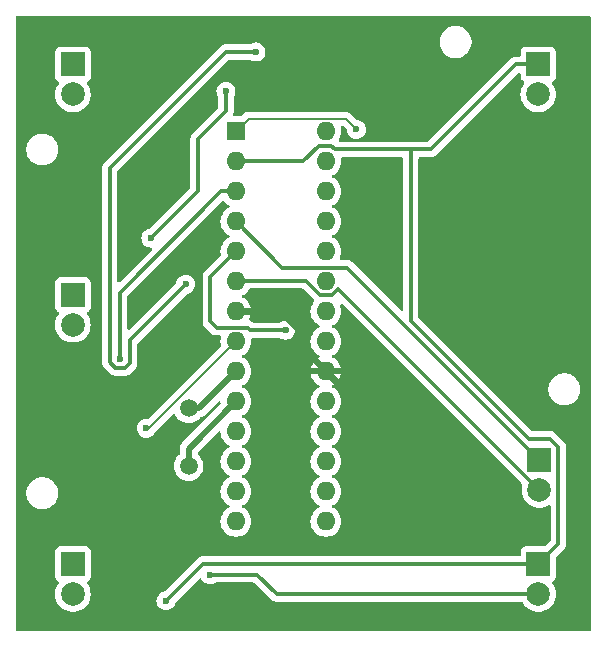
<source format=gbr>
%TF.GenerationSoftware,KiCad,Pcbnew,8.0.7*%
%TF.CreationDate,2024-12-21T11:08:24+01:00*%
%TF.ProjectId,circuit,63697263-7569-4742-9e6b-696361645f70,rev?*%
%TF.SameCoordinates,Original*%
%TF.FileFunction,Copper,L2,Bot*%
%TF.FilePolarity,Positive*%
%FSLAX46Y46*%
G04 Gerber Fmt 4.6, Leading zero omitted, Abs format (unit mm)*
G04 Created by KiCad (PCBNEW 8.0.7) date 2024-12-21 11:08:24*
%MOMM*%
%LPD*%
G01*
G04 APERTURE LIST*
%TA.AperFunction,ComponentPad*%
%ADD10R,2.000000X2.000000*%
%TD*%
%TA.AperFunction,ComponentPad*%
%ADD11C,2.000000*%
%TD*%
%TA.AperFunction,ComponentPad*%
%ADD12R,1.600000X1.600000*%
%TD*%
%TA.AperFunction,ComponentPad*%
%ADD13O,1.600000X1.600000*%
%TD*%
%TA.AperFunction,ComponentPad*%
%ADD14C,1.500000*%
%TD*%
%TA.AperFunction,ViaPad*%
%ADD15C,0.600000*%
%TD*%
%TA.AperFunction,Conductor*%
%ADD16C,0.600000*%
%TD*%
%TA.AperFunction,Conductor*%
%ADD17C,0.500000*%
%TD*%
%TA.AperFunction,Conductor*%
%ADD18C,0.150000*%
%TD*%
%TA.AperFunction,Conductor*%
%ADD19C,0.300000*%
%TD*%
%TA.AperFunction,Conductor*%
%ADD20C,0.200000*%
%TD*%
G04 APERTURE END LIST*
D10*
%TO.P,J1.1.3,1,Pin_1*%
%TO.N,/L1*%
X246800000Y-92100000D03*
D11*
%TO.P,J1.1.3,2,Pin_2*%
%TO.N,/R2*%
X246800000Y-94640000D03*
%TD*%
D10*
%TO.P,J1.1.1,1,Pin_1*%
%TO.N,/L1*%
X246800000Y-49800000D03*
D11*
%TO.P,J1.1.1,2,Pin_2*%
%TO.N,/R1*%
X246800000Y-52340000D03*
%TD*%
D10*
%TO.P,J1.1.2,1,Pin_1*%
%TO.N,/L2*%
X207400000Y-49800000D03*
D11*
%TO.P,J1.1.2,2,Pin_2*%
%TO.N,/R1*%
X207400000Y-52340000D03*
%TD*%
D10*
%TO.P,J1.2.2,1,Pin_1*%
%TO.N,/L4*%
X207400000Y-69300000D03*
D11*
%TO.P,J1.2.2,2,Pin_2*%
%TO.N,/R1*%
X207400000Y-71840000D03*
%TD*%
D12*
%TO.P,U1,1,~{RESET}/PC6*%
%TO.N,/RESET*%
X221200000Y-55460000D03*
D13*
%TO.P,U1,2,PD0*%
%TO.N,/L1*%
X221200000Y-58000000D03*
%TO.P,U1,3,PD1*%
%TO.N,/L2*%
X221200000Y-60540000D03*
%TO.P,U1,4,PD2*%
%TO.N,/L3*%
X221200000Y-63080000D03*
%TO.P,U1,5,PD3*%
%TO.N,/L4*%
X221200000Y-65620000D03*
%TO.P,U1,6,PD4*%
%TO.N,/R1*%
X221200000Y-68160000D03*
%TO.P,U1,7,VCC*%
%TO.N,+5V*%
X221200000Y-70700000D03*
%TO.P,U1,8,GND*%
%TO.N,GND*%
X221200000Y-73240000D03*
%TO.P,U1,9,XTAL1/PB6*%
%TO.N,/XTAL1*%
X221200000Y-75780000D03*
%TO.P,U1,10,XTAL2/PB7*%
%TO.N,/XTAL2*%
X221200000Y-78320000D03*
%TO.P,U1,11,PD5*%
%TO.N,/R2*%
X221200000Y-80860000D03*
%TO.P,U1,12,PD6*%
%TO.N,/R3*%
X221200000Y-83400000D03*
%TO.P,U1,13,PD7*%
%TO.N,/R4*%
X221200000Y-85940000D03*
%TO.P,U1,14,PB0*%
%TO.N,unconnected-(U1-PB0-Pad14)*%
X221200000Y-88480000D03*
%TO.P,U1,15,PB1*%
%TO.N,unconnected-(U1-PB1-Pad15)*%
X228820000Y-88480000D03*
%TO.P,U1,16,PB2*%
%TO.N,unconnected-(U1-PB2-Pad16)*%
X228820000Y-85940000D03*
%TO.P,U1,17,PB3*%
%TO.N,/MOSI*%
X228820000Y-83400000D03*
%TO.P,U1,18,PB4*%
%TO.N,/MISO*%
X228820000Y-80860000D03*
%TO.P,U1,19,PB5*%
%TO.N,/SCK*%
X228820000Y-78320000D03*
%TO.P,U1,20,AVCC*%
%TO.N,+5V*%
X228820000Y-75780000D03*
%TO.P,U1,21,AREF*%
%TO.N,unconnected-(U1-AREF-Pad21)*%
X228820000Y-73240000D03*
%TO.P,U1,22,GND*%
%TO.N,GND*%
X228820000Y-70700000D03*
%TO.P,U1,23,PC0*%
%TO.N,unconnected-(U1-PC0-Pad23)*%
X228820000Y-68160000D03*
%TO.P,U1,24,PC1*%
%TO.N,unconnected-(U1-PC1-Pad24)*%
X228820000Y-65620000D03*
%TO.P,U1,25,PC2*%
%TO.N,unconnected-(U1-PC2-Pad25)*%
X228820000Y-63080000D03*
%TO.P,U1,26,PC3*%
%TO.N,unconnected-(U1-PC3-Pad26)*%
X228820000Y-60540000D03*
%TO.P,U1,27,PC4*%
%TO.N,/SDA*%
X228820000Y-58000000D03*
%TO.P,U1,28,PC5*%
%TO.N,/SCL*%
X228820000Y-55460000D03*
%TD*%
D14*
%TO.P,Y1,1,1*%
%TO.N,/XTAL1*%
X217200000Y-78900000D03*
%TO.P,Y1,2,2*%
%TO.N,/XTAL2*%
X217200000Y-83800000D03*
%TD*%
D10*
%TO.P,J1.2.1,1,Pin_1*%
%TO.N,/L3*%
X246900000Y-83300000D03*
D11*
%TO.P,J1.2.1,2,Pin_2*%
%TO.N,/R1*%
X246900000Y-85840000D03*
%TD*%
D10*
%TO.P,J1.1.4,1,Pin_1*%
%TO.N,/L2*%
X207400000Y-92100000D03*
D11*
%TO.P,J1.1.4,2,Pin_2*%
%TO.N,/R2*%
X207400000Y-94640000D03*
%TD*%
D15*
%TO.N,+5V*%
X233350000Y-88200000D03*
X233000000Y-63635000D03*
%TO.N,/RESET*%
X231400000Y-55300000D03*
%TO.N,/L1*%
X215280000Y-95210000D03*
%TO.N,/L2*%
X211350000Y-74700000D03*
%TO.N,/R1*%
X220360000Y-52055000D03*
X214000000Y-64500000D03*
%TO.N,/R2*%
X216955000Y-68410000D03*
X222900000Y-48745000D03*
X219000000Y-93000000D03*
%TO.N,/L4*%
X225400000Y-72300000D03*
%TO.N,GND*%
X213600000Y-80600000D03*
%TD*%
D16*
%TO.N,+5V*%
X233350000Y-80310000D02*
X228820000Y-75780000D01*
X233350000Y-88200000D02*
X233350000Y-80310000D01*
X224931371Y-70700000D02*
X226800000Y-72568629D01*
X221200000Y-70700000D02*
X224931371Y-70700000D01*
X226800000Y-73760000D02*
X228820000Y-75780000D01*
X226800000Y-72568629D02*
X226800000Y-73760000D01*
D17*
%TO.N,/XTAL1*%
X221200000Y-75780000D02*
X218080000Y-78900000D01*
X218080000Y-78900000D02*
X217200000Y-78900000D01*
%TO.N,/XTAL2*%
X217200000Y-82320000D02*
X217200000Y-83800000D01*
X221200000Y-78320000D02*
X217200000Y-82320000D01*
D18*
%TO.N,/RESET*%
X230485000Y-54385000D02*
X231400000Y-55300000D01*
X221200000Y-55460000D02*
X222275000Y-54385000D01*
X222275000Y-54385000D02*
X230485000Y-54385000D01*
X221200000Y-55460000D02*
X221200000Y-56080000D01*
D19*
%TO.N,/L3*%
X225120000Y-67000000D02*
X230600000Y-67000000D01*
X221200000Y-63080000D02*
X225120000Y-67000000D01*
X230600000Y-67000000D02*
X246900000Y-83300000D01*
%TO.N,/L1*%
X247800000Y-81500000D02*
X246000000Y-81500000D01*
X246000000Y-81500000D02*
X236000000Y-71500000D01*
X229573173Y-57000000D02*
X229273173Y-56700000D01*
X237700000Y-57000000D02*
X236000000Y-57000000D01*
X226900000Y-58000000D02*
X221200000Y-58000000D01*
X248500000Y-82200000D02*
X247800000Y-81500000D01*
X236000000Y-71500000D02*
X236000000Y-57000000D01*
X229273173Y-56700000D02*
X228200000Y-56700000D01*
X246800000Y-92100000D02*
X248500000Y-90400000D01*
X246800000Y-92100000D02*
X218390000Y-92100000D01*
X236000000Y-57000000D02*
X229573173Y-57000000D01*
X218390000Y-92100000D02*
X215280000Y-95210000D01*
X248500000Y-90400000D02*
X248500000Y-82200000D01*
X228200000Y-56700000D02*
X226900000Y-58000000D01*
X244900000Y-49800000D02*
X237700000Y-57000000D01*
X246800000Y-49800000D02*
X244900000Y-49800000D01*
%TO.N,/L2*%
X219960000Y-60540000D02*
X221200000Y-60540000D01*
X211350000Y-74700000D02*
X211350000Y-69150000D01*
X211350000Y-69150000D02*
X219960000Y-60540000D01*
%TO.N,/R1*%
X218000000Y-56100000D02*
X218000000Y-60500000D01*
X218000000Y-60500000D02*
X214000000Y-64500000D01*
X220360000Y-53740000D02*
X218000000Y-56100000D01*
X227133654Y-68100000D02*
X221260000Y-68100000D01*
X220360000Y-52055000D02*
X220360000Y-53740000D01*
X221260000Y-68100000D02*
X221200000Y-68160000D01*
X228343654Y-69310000D02*
X227133654Y-68100000D01*
X214000000Y-64500000D02*
X214250000Y-64250000D01*
X246900000Y-85840000D02*
X229833173Y-68773173D01*
X229833173Y-68773173D02*
X229296346Y-69310000D01*
X229296346Y-69310000D02*
X228343654Y-69310000D01*
%TO.N,/R2*%
X220335761Y-48745000D02*
X222900000Y-48745000D01*
X216955000Y-68410000D02*
X212200000Y-73165000D01*
X223000000Y-93000000D02*
X224640000Y-94640000D01*
X212200000Y-73165000D02*
X212200000Y-75100000D01*
X210500000Y-58580761D02*
X220335761Y-48745000D01*
X211800000Y-75500000D02*
X211000000Y-75500000D01*
X211000000Y-75500000D02*
X210500000Y-75000000D01*
X219000000Y-93000000D02*
X223000000Y-93000000D01*
X210500000Y-75000000D02*
X210500000Y-58580761D01*
X212200000Y-75100000D02*
X211800000Y-75500000D01*
X224640000Y-94640000D02*
X246800000Y-94640000D01*
%TO.N,/L4*%
X222400000Y-72300000D02*
X222190000Y-72090000D01*
X222190000Y-72090000D02*
X219590000Y-72090000D01*
X225400000Y-72300000D02*
X222400000Y-72300000D01*
X219025000Y-67795000D02*
X221200000Y-65620000D01*
X219025000Y-71525000D02*
X219025000Y-67795000D01*
X219590000Y-72090000D02*
X219025000Y-71525000D01*
D20*
%TO.N,GND*%
X213840000Y-80600000D02*
X221200000Y-73240000D01*
X213600000Y-80600000D02*
X213840000Y-80600000D01*
%TD*%
%TA.AperFunction,Conductor*%
%TO.N,+5V*%
G36*
X235292539Y-57670185D02*
G01*
X235338294Y-57722989D01*
X235349500Y-57774500D01*
X235349500Y-70530191D01*
X235329815Y-70597230D01*
X235277011Y-70642985D01*
X235207853Y-70652929D01*
X235144297Y-70623904D01*
X235137819Y-70617872D01*
X231014673Y-66494726D01*
X231014669Y-66494723D01*
X230908127Y-66423535D01*
X230789744Y-66374499D01*
X230789738Y-66374497D01*
X230664071Y-66349500D01*
X230664069Y-66349500D01*
X230109413Y-66349500D01*
X230042374Y-66329815D01*
X229996619Y-66277011D01*
X229986675Y-66207853D01*
X229997031Y-66173095D01*
X230004270Y-66157568D01*
X230046739Y-66066496D01*
X230105635Y-65846692D01*
X230125468Y-65620000D01*
X230124999Y-65614645D01*
X230119801Y-65555230D01*
X230105635Y-65393308D01*
X230046739Y-65173504D01*
X229950568Y-64967266D01*
X229820047Y-64780861D01*
X229820045Y-64780858D01*
X229659141Y-64619954D01*
X229472734Y-64489432D01*
X229472728Y-64489429D01*
X229414725Y-64462382D01*
X229362285Y-64416210D01*
X229343133Y-64349017D01*
X229363348Y-64282135D01*
X229414725Y-64237618D01*
X229472734Y-64210568D01*
X229659139Y-64080047D01*
X229820047Y-63919139D01*
X229950568Y-63732734D01*
X230046739Y-63526496D01*
X230105635Y-63306692D01*
X230125468Y-63080000D01*
X230105635Y-62853308D01*
X230046739Y-62633504D01*
X229950568Y-62427266D01*
X229820047Y-62240861D01*
X229820045Y-62240858D01*
X229659141Y-62079954D01*
X229472734Y-61949432D01*
X229472728Y-61949429D01*
X229414725Y-61922382D01*
X229362285Y-61876210D01*
X229343133Y-61809017D01*
X229363348Y-61742135D01*
X229414725Y-61697618D01*
X229472734Y-61670568D01*
X229659139Y-61540047D01*
X229820047Y-61379139D01*
X229950568Y-61192734D01*
X230046739Y-60986496D01*
X230105635Y-60766692D01*
X230125468Y-60540000D01*
X230105635Y-60313308D01*
X230046739Y-60093504D01*
X229950568Y-59887266D01*
X229820047Y-59700861D01*
X229820045Y-59700858D01*
X229659141Y-59539954D01*
X229472734Y-59409432D01*
X229472728Y-59409429D01*
X229414725Y-59382382D01*
X229362285Y-59336210D01*
X229343133Y-59269017D01*
X229363348Y-59202135D01*
X229414725Y-59157618D01*
X229472734Y-59130568D01*
X229659139Y-59000047D01*
X229820047Y-58839139D01*
X229950568Y-58652734D01*
X230046739Y-58446496D01*
X230105635Y-58226692D01*
X230125468Y-58000000D01*
X230106685Y-57785307D01*
X230120452Y-57716807D01*
X230169067Y-57666624D01*
X230230213Y-57650500D01*
X235225500Y-57650500D01*
X235292539Y-57670185D01*
G37*
%TD.AperFunction*%
%TA.AperFunction,Conductor*%
G36*
X251192539Y-45720185D02*
G01*
X251238294Y-45772989D01*
X251249500Y-45824500D01*
X251249500Y-97675500D01*
X251229815Y-97742539D01*
X251177011Y-97788294D01*
X251125500Y-97799500D01*
X202674500Y-97799500D01*
X202607461Y-97779815D01*
X202561706Y-97727011D01*
X202550500Y-97675500D01*
X202550500Y-94639994D01*
X205894357Y-94639994D01*
X205894357Y-94640005D01*
X205914890Y-94887812D01*
X205914892Y-94887824D01*
X205975936Y-95128881D01*
X206075826Y-95356606D01*
X206211833Y-95564782D01*
X206211836Y-95564785D01*
X206380256Y-95747738D01*
X206576491Y-95900474D01*
X206576493Y-95900475D01*
X206789160Y-96015565D01*
X206795190Y-96018828D01*
X207030386Y-96099571D01*
X207275665Y-96140500D01*
X207524335Y-96140500D01*
X207769614Y-96099571D01*
X208004810Y-96018828D01*
X208223509Y-95900474D01*
X208419744Y-95747738D01*
X208588164Y-95564785D01*
X208724173Y-95356607D01*
X208824063Y-95128881D01*
X208885108Y-94887821D01*
X208900030Y-94707738D01*
X208905643Y-94640005D01*
X208905643Y-94639994D01*
X208885109Y-94392187D01*
X208885107Y-94392175D01*
X208824063Y-94151118D01*
X208746420Y-93974112D01*
X208724173Y-93923393D01*
X208593256Y-93723009D01*
X208573070Y-93656122D01*
X208592250Y-93588936D01*
X208637642Y-93546356D01*
X208642323Y-93543798D01*
X208642331Y-93543796D01*
X208757546Y-93457546D01*
X208843796Y-93342331D01*
X208894091Y-93207483D01*
X208900500Y-93147873D01*
X208900499Y-91052128D01*
X208894091Y-90992517D01*
X208843796Y-90857669D01*
X208843795Y-90857668D01*
X208843793Y-90857664D01*
X208757547Y-90742455D01*
X208757544Y-90742452D01*
X208642335Y-90656206D01*
X208642328Y-90656202D01*
X208507482Y-90605908D01*
X208507483Y-90605908D01*
X208447883Y-90599501D01*
X208447881Y-90599500D01*
X208447873Y-90599500D01*
X208447864Y-90599500D01*
X206352129Y-90599500D01*
X206352123Y-90599501D01*
X206292516Y-90605908D01*
X206157671Y-90656202D01*
X206157664Y-90656206D01*
X206042455Y-90742452D01*
X206042452Y-90742455D01*
X205956206Y-90857664D01*
X205956202Y-90857671D01*
X205905908Y-90992517D01*
X205899501Y-91052116D01*
X205899501Y-91052123D01*
X205899500Y-91052135D01*
X205899500Y-93147870D01*
X205899501Y-93147876D01*
X205905908Y-93207483D01*
X205956202Y-93342328D01*
X205956206Y-93342335D01*
X206042452Y-93457544D01*
X206042455Y-93457547D01*
X206157664Y-93543793D01*
X206162361Y-93546358D01*
X206211766Y-93595764D01*
X206226617Y-93664037D01*
X206206742Y-93723011D01*
X206075826Y-93923393D01*
X205975936Y-94151118D01*
X205914892Y-94392175D01*
X205914890Y-94392187D01*
X205894357Y-94639994D01*
X202550500Y-94639994D01*
X202550500Y-85993713D01*
X203449500Y-85993713D01*
X203449500Y-86206286D01*
X203478042Y-86386497D01*
X203482754Y-86416243D01*
X203528361Y-86556607D01*
X203548444Y-86618414D01*
X203644951Y-86807820D01*
X203769890Y-86979786D01*
X203920213Y-87130109D01*
X204092179Y-87255048D01*
X204092181Y-87255049D01*
X204092184Y-87255051D01*
X204281588Y-87351557D01*
X204483757Y-87417246D01*
X204693713Y-87450500D01*
X204693714Y-87450500D01*
X204906286Y-87450500D01*
X204906287Y-87450500D01*
X205116243Y-87417246D01*
X205318412Y-87351557D01*
X205507816Y-87255051D01*
X205557673Y-87218828D01*
X205679786Y-87130109D01*
X205679788Y-87130106D01*
X205679792Y-87130104D01*
X205830104Y-86979792D01*
X205830106Y-86979788D01*
X205830109Y-86979786D01*
X205955048Y-86807820D01*
X205955047Y-86807820D01*
X205955051Y-86807816D01*
X206051557Y-86618412D01*
X206117246Y-86416243D01*
X206150500Y-86206287D01*
X206150500Y-85993713D01*
X206117246Y-85783757D01*
X206051557Y-85581588D01*
X205955051Y-85392184D01*
X205955049Y-85392181D01*
X205955048Y-85392179D01*
X205830109Y-85220213D01*
X205679786Y-85069890D01*
X205507820Y-84944951D01*
X205318414Y-84848444D01*
X205318413Y-84848443D01*
X205318412Y-84848443D01*
X205116243Y-84782754D01*
X205116241Y-84782753D01*
X205116240Y-84782753D01*
X204954957Y-84757208D01*
X204906287Y-84749500D01*
X204693713Y-84749500D01*
X204645042Y-84757208D01*
X204483760Y-84782753D01*
X204281585Y-84848444D01*
X204092179Y-84944951D01*
X203920213Y-85069890D01*
X203769890Y-85220213D01*
X203644951Y-85392179D01*
X203548444Y-85581585D01*
X203482753Y-85783760D01*
X203449500Y-85993713D01*
X202550500Y-85993713D01*
X202550500Y-71839994D01*
X205894357Y-71839994D01*
X205894357Y-71840005D01*
X205914890Y-72087812D01*
X205914892Y-72087824D01*
X205975936Y-72328881D01*
X206075826Y-72556606D01*
X206211833Y-72764782D01*
X206211836Y-72764785D01*
X206380256Y-72947738D01*
X206576491Y-73100474D01*
X206795190Y-73218828D01*
X207030386Y-73299571D01*
X207275665Y-73340500D01*
X207524335Y-73340500D01*
X207769614Y-73299571D01*
X208004810Y-73218828D01*
X208223509Y-73100474D01*
X208419744Y-72947738D01*
X208588164Y-72764785D01*
X208724173Y-72556607D01*
X208824063Y-72328881D01*
X208885108Y-72087821D01*
X208885559Y-72082382D01*
X208905643Y-71840005D01*
X208905643Y-71839994D01*
X208885109Y-71592187D01*
X208885107Y-71592175D01*
X208824063Y-71351118D01*
X208724174Y-71123396D01*
X208724173Y-71123393D01*
X208593256Y-70923009D01*
X208573070Y-70856122D01*
X208592250Y-70788936D01*
X208637642Y-70746356D01*
X208642323Y-70743798D01*
X208642331Y-70743796D01*
X208757546Y-70657546D01*
X208843796Y-70542331D01*
X208894091Y-70407483D01*
X208900500Y-70347873D01*
X208900499Y-68252128D01*
X208894091Y-68192517D01*
X208884642Y-68167184D01*
X208843797Y-68057671D01*
X208843793Y-68057664D01*
X208757547Y-67942455D01*
X208757544Y-67942452D01*
X208642335Y-67856206D01*
X208642328Y-67856202D01*
X208507482Y-67805908D01*
X208507483Y-67805908D01*
X208447883Y-67799501D01*
X208447881Y-67799500D01*
X208447873Y-67799500D01*
X208447864Y-67799500D01*
X206352129Y-67799500D01*
X206352123Y-67799501D01*
X206292516Y-67805908D01*
X206157671Y-67856202D01*
X206157664Y-67856206D01*
X206042455Y-67942452D01*
X206042452Y-67942455D01*
X205956206Y-68057664D01*
X205956202Y-68057671D01*
X205905908Y-68192517D01*
X205899583Y-68251357D01*
X205899501Y-68252123D01*
X205899500Y-68252135D01*
X205899500Y-70347870D01*
X205899501Y-70347876D01*
X205905908Y-70407483D01*
X205956202Y-70542328D01*
X205956206Y-70542335D01*
X206042452Y-70657544D01*
X206042455Y-70657547D01*
X206157664Y-70743793D01*
X206162361Y-70746358D01*
X206211766Y-70795764D01*
X206226617Y-70864037D01*
X206206742Y-70923011D01*
X206075826Y-71123393D01*
X205975936Y-71351118D01*
X205914892Y-71592175D01*
X205914890Y-71592187D01*
X205894357Y-71839994D01*
X202550500Y-71839994D01*
X202550500Y-58516689D01*
X209849500Y-58516689D01*
X209849500Y-75064070D01*
X209863516Y-75134529D01*
X209863516Y-75134531D01*
X209869391Y-75164069D01*
X209874499Y-75189744D01*
X209923535Y-75308127D01*
X209989772Y-75407259D01*
X209994726Y-75414673D01*
X210585326Y-76005273D01*
X210585329Y-76005275D01*
X210585331Y-76005277D01*
X210691873Y-76076465D01*
X210810256Y-76125501D01*
X210810260Y-76125501D01*
X210810261Y-76125502D01*
X210935928Y-76150500D01*
X210935931Y-76150500D01*
X211864071Y-76150500D01*
X211948615Y-76133682D01*
X211989744Y-76125501D01*
X212108127Y-76076465D01*
X212214669Y-76005277D01*
X212705276Y-75514670D01*
X212776465Y-75408127D01*
X212825501Y-75289744D01*
X212828141Y-75276468D01*
X212828142Y-75276468D01*
X212828142Y-75276465D01*
X212850500Y-75164069D01*
X212850500Y-73485807D01*
X212870185Y-73418768D01*
X212886814Y-73398131D01*
X217053224Y-69231720D01*
X217114545Y-69198237D01*
X217127019Y-69196183D01*
X217134255Y-69195368D01*
X217304522Y-69135789D01*
X217457262Y-69039816D01*
X217584816Y-68912262D01*
X217680789Y-68759522D01*
X217740368Y-68589255D01*
X217760565Y-68410000D01*
X217760003Y-68405016D01*
X217740369Y-68230750D01*
X217740368Y-68230745D01*
X217708278Y-68139037D01*
X217680789Y-68060478D01*
X217584816Y-67907738D01*
X217457262Y-67780184D01*
X217304523Y-67684211D01*
X217134254Y-67624631D01*
X217134249Y-67624630D01*
X216955004Y-67604435D01*
X216954996Y-67604435D01*
X216775750Y-67624630D01*
X216775745Y-67624631D01*
X216605476Y-67684211D01*
X216452737Y-67780184D01*
X216325184Y-67907737D01*
X216229210Y-68060478D01*
X216169632Y-68230744D01*
X216169630Y-68230752D01*
X216168815Y-68237988D01*
X216141743Y-68302400D01*
X216133277Y-68311775D01*
X212212181Y-72232872D01*
X212150858Y-72266357D01*
X212081166Y-72261373D01*
X212025233Y-72219501D01*
X212000816Y-72154037D01*
X212000500Y-72145191D01*
X212000500Y-69470807D01*
X212020185Y-69403768D01*
X212036814Y-69383131D01*
X220032698Y-61387246D01*
X220094021Y-61353762D01*
X220163713Y-61358746D01*
X220208060Y-61387247D01*
X220360858Y-61540045D01*
X220360861Y-61540047D01*
X220547266Y-61670568D01*
X220605275Y-61697618D01*
X220657714Y-61743791D01*
X220676866Y-61810984D01*
X220656650Y-61877865D01*
X220605275Y-61922382D01*
X220547267Y-61949431D01*
X220547265Y-61949432D01*
X220360858Y-62079954D01*
X220199954Y-62240858D01*
X220069432Y-62427265D01*
X220069431Y-62427267D01*
X219973261Y-62633502D01*
X219973258Y-62633511D01*
X219914366Y-62853302D01*
X219914364Y-62853313D01*
X219894532Y-63079998D01*
X219894532Y-63080001D01*
X219914364Y-63306686D01*
X219914366Y-63306697D01*
X219973258Y-63526488D01*
X219973261Y-63526497D01*
X220069431Y-63732732D01*
X220069432Y-63732734D01*
X220199954Y-63919141D01*
X220360858Y-64080045D01*
X220360861Y-64080047D01*
X220547266Y-64210568D01*
X220605275Y-64237618D01*
X220657714Y-64283791D01*
X220676866Y-64350984D01*
X220656650Y-64417865D01*
X220605275Y-64462382D01*
X220547267Y-64489431D01*
X220547265Y-64489432D01*
X220360858Y-64619954D01*
X220199954Y-64780858D01*
X220069432Y-64967265D01*
X220069431Y-64967267D01*
X219973261Y-65173502D01*
X219973258Y-65173511D01*
X219914366Y-65393302D01*
X219914364Y-65393313D01*
X219894532Y-65619998D01*
X219894532Y-65620001D01*
X219914364Y-65846686D01*
X219914366Y-65846697D01*
X219925209Y-65887163D01*
X219923546Y-65957013D01*
X219893115Y-66006937D01*
X218519727Y-67380325D01*
X218519721Y-67380332D01*
X218473505Y-67449500D01*
X218473506Y-67449501D01*
X218448534Y-67486874D01*
X218399499Y-67605255D01*
X218399497Y-67605261D01*
X218374500Y-67730928D01*
X218374500Y-71589071D01*
X218391493Y-71674497D01*
X218391493Y-71674498D01*
X218399497Y-71714737D01*
X218399500Y-71714746D01*
X218447474Y-71830567D01*
X218448535Y-71833127D01*
X218511084Y-71926739D01*
X218519726Y-71939673D01*
X219175325Y-72595272D01*
X219175332Y-72595278D01*
X219281863Y-72666459D01*
X219281865Y-72666460D01*
X219281874Y-72666466D01*
X219315568Y-72680422D01*
X219315569Y-72680423D01*
X219400251Y-72715499D01*
X219400256Y-72715501D01*
X219400260Y-72715501D01*
X219400261Y-72715502D01*
X219525928Y-72740500D01*
X219525931Y-72740500D01*
X219654069Y-72740500D01*
X219825863Y-72740500D01*
X219892902Y-72760185D01*
X219938657Y-72812989D01*
X219948601Y-72882147D01*
X219945638Y-72896593D01*
X219914366Y-73013302D01*
X219914364Y-73013313D01*
X219894532Y-73239998D01*
X219894532Y-73240001D01*
X219914364Y-73466686D01*
X219914366Y-73466697D01*
X219940152Y-73562931D01*
X219938489Y-73632781D01*
X219908058Y-73682705D01*
X213818673Y-79772090D01*
X213757350Y-79805575D01*
X213717109Y-79807629D01*
X213600003Y-79794435D01*
X213599996Y-79794435D01*
X213420750Y-79814630D01*
X213420745Y-79814631D01*
X213250476Y-79874211D01*
X213097737Y-79970184D01*
X212970184Y-80097737D01*
X212874211Y-80250476D01*
X212814631Y-80420745D01*
X212814630Y-80420750D01*
X212794435Y-80599996D01*
X212794435Y-80600003D01*
X212814630Y-80779249D01*
X212814631Y-80779254D01*
X212874211Y-80949523D01*
X212960397Y-81086686D01*
X212970184Y-81102262D01*
X213097738Y-81229816D01*
X213188080Y-81286582D01*
X213219760Y-81306488D01*
X213250478Y-81325789D01*
X213420745Y-81385368D01*
X213420750Y-81385369D01*
X213599996Y-81405565D01*
X213600000Y-81405565D01*
X213600004Y-81405565D01*
X213779249Y-81385369D01*
X213779252Y-81385368D01*
X213779255Y-81385368D01*
X213949522Y-81325789D01*
X214102262Y-81229816D01*
X214229816Y-81102262D01*
X214294811Y-80998821D01*
X214312122Y-80977112D01*
X214320520Y-80968716D01*
X214320520Y-80968714D01*
X214330724Y-80958511D01*
X214330728Y-80958506D01*
X215875958Y-79413275D01*
X215937279Y-79379792D01*
X216006971Y-79384776D01*
X216062904Y-79426648D01*
X216076019Y-79448552D01*
X216112898Y-79527639D01*
X216238402Y-79706877D01*
X216393123Y-79861598D01*
X216572361Y-79987102D01*
X216770670Y-80079575D01*
X216982023Y-80136207D01*
X217164926Y-80152208D01*
X217199998Y-80155277D01*
X217200000Y-80155277D01*
X217200002Y-80155277D01*
X217228254Y-80152805D01*
X217417977Y-80136207D01*
X217629330Y-80079575D01*
X217827639Y-79987102D01*
X218006877Y-79861598D01*
X218161598Y-79706877D01*
X218180149Y-79680382D01*
X218234721Y-79636759D01*
X218257524Y-79629890D01*
X218298913Y-79621658D01*
X218435495Y-79565084D01*
X218491536Y-79527639D01*
X218558416Y-79482952D01*
X219692569Y-78348797D01*
X219753890Y-78315314D01*
X219823581Y-78320298D01*
X219879515Y-78362169D01*
X219903776Y-78425673D01*
X219909129Y-78486860D01*
X219895362Y-78555360D01*
X219873282Y-78585348D01*
X216617049Y-81841582D01*
X216604712Y-81860047D01*
X216534913Y-81964508D01*
X216478343Y-82101082D01*
X216478340Y-82101092D01*
X216449500Y-82246079D01*
X216449500Y-82734376D01*
X216429815Y-82801415D01*
X216396625Y-82835950D01*
X216393125Y-82838400D01*
X216238400Y-82993124D01*
X216112900Y-83172357D01*
X216112898Y-83172361D01*
X216020426Y-83370668D01*
X216020422Y-83370677D01*
X215963793Y-83582020D01*
X215963793Y-83582024D01*
X215944723Y-83799997D01*
X215944723Y-83800002D01*
X215963793Y-84017975D01*
X215963793Y-84017979D01*
X216020422Y-84229322D01*
X216020424Y-84229326D01*
X216020425Y-84229330D01*
X216024999Y-84239139D01*
X216112897Y-84427638D01*
X216112898Y-84427639D01*
X216238402Y-84606877D01*
X216393123Y-84761598D01*
X216572361Y-84887102D01*
X216770670Y-84979575D01*
X216982023Y-85036207D01*
X217164926Y-85052208D01*
X217199998Y-85055277D01*
X217200000Y-85055277D01*
X217200002Y-85055277D01*
X217228254Y-85052805D01*
X217417977Y-85036207D01*
X217629330Y-84979575D01*
X217827639Y-84887102D01*
X218006877Y-84761598D01*
X218161598Y-84606877D01*
X218287102Y-84427639D01*
X218379575Y-84229330D01*
X218436207Y-84017977D01*
X218455277Y-83800000D01*
X218436207Y-83582023D01*
X218387434Y-83400000D01*
X218379577Y-83370677D01*
X218379576Y-83370676D01*
X218379575Y-83370670D01*
X218287102Y-83172362D01*
X218287100Y-83172359D01*
X218287099Y-83172357D01*
X218161599Y-82993124D01*
X218121977Y-82953502D01*
X218006877Y-82838402D01*
X218003374Y-82835949D01*
X217959751Y-82781372D01*
X217950500Y-82734376D01*
X217950500Y-82682228D01*
X217970185Y-82615189D01*
X217986814Y-82594552D01*
X219692568Y-80888797D01*
X219753891Y-80855313D01*
X219823583Y-80860297D01*
X219879516Y-80902169D01*
X219903777Y-80965671D01*
X219914364Y-81086687D01*
X219914366Y-81086697D01*
X219973258Y-81306488D01*
X219973261Y-81306497D01*
X220069431Y-81512732D01*
X220069432Y-81512734D01*
X220199954Y-81699141D01*
X220360858Y-81860045D01*
X220360861Y-81860047D01*
X220547266Y-81990568D01*
X220605275Y-82017618D01*
X220657714Y-82063791D01*
X220676866Y-82130984D01*
X220656650Y-82197865D01*
X220605275Y-82242381D01*
X220597340Y-82246082D01*
X220547267Y-82269431D01*
X220547265Y-82269432D01*
X220360858Y-82399954D01*
X220199954Y-82560858D01*
X220069432Y-82747265D01*
X220069431Y-82747267D01*
X219973261Y-82953502D01*
X219973258Y-82953511D01*
X219914366Y-83173302D01*
X219914364Y-83173313D01*
X219894532Y-83399998D01*
X219894532Y-83400001D01*
X219914364Y-83626686D01*
X219914366Y-83626697D01*
X219973258Y-83846488D01*
X219973261Y-83846497D01*
X220069431Y-84052732D01*
X220069432Y-84052734D01*
X220199954Y-84239141D01*
X220360858Y-84400045D01*
X220360861Y-84400047D01*
X220547266Y-84530568D01*
X220605275Y-84557618D01*
X220657714Y-84603791D01*
X220676866Y-84670984D01*
X220656650Y-84737865D01*
X220605275Y-84782382D01*
X220547267Y-84809431D01*
X220547265Y-84809432D01*
X220360858Y-84939954D01*
X220199954Y-85100858D01*
X220069432Y-85287265D01*
X220069431Y-85287267D01*
X219973261Y-85493502D01*
X219973258Y-85493511D01*
X219914366Y-85713302D01*
X219914364Y-85713313D01*
X219894532Y-85939998D01*
X219894532Y-85940001D01*
X219914364Y-86166686D01*
X219914366Y-86166697D01*
X219973258Y-86386488D01*
X219973261Y-86386497D01*
X220069431Y-86592732D01*
X220069432Y-86592734D01*
X220199954Y-86779141D01*
X220360858Y-86940045D01*
X220360861Y-86940047D01*
X220547266Y-87070568D01*
X220605275Y-87097618D01*
X220657714Y-87143791D01*
X220676866Y-87210984D01*
X220656650Y-87277865D01*
X220605275Y-87322382D01*
X220547267Y-87349431D01*
X220547265Y-87349432D01*
X220360858Y-87479954D01*
X220199954Y-87640858D01*
X220069432Y-87827265D01*
X220069431Y-87827267D01*
X219973261Y-88033502D01*
X219973258Y-88033511D01*
X219914366Y-88253302D01*
X219914364Y-88253313D01*
X219894532Y-88479998D01*
X219894532Y-88480001D01*
X219914364Y-88706686D01*
X219914366Y-88706697D01*
X219973258Y-88926488D01*
X219973261Y-88926497D01*
X220069431Y-89132732D01*
X220069432Y-89132734D01*
X220199954Y-89319141D01*
X220360858Y-89480045D01*
X220360861Y-89480047D01*
X220547266Y-89610568D01*
X220753504Y-89706739D01*
X220973308Y-89765635D01*
X221135230Y-89779801D01*
X221199998Y-89785468D01*
X221200000Y-89785468D01*
X221200002Y-89785468D01*
X221256673Y-89780509D01*
X221426692Y-89765635D01*
X221646496Y-89706739D01*
X221852734Y-89610568D01*
X222039139Y-89480047D01*
X222200047Y-89319139D01*
X222330568Y-89132734D01*
X222426739Y-88926496D01*
X222485635Y-88706692D01*
X222505468Y-88480000D01*
X222485635Y-88253308D01*
X222426739Y-88033504D01*
X222330568Y-87827266D01*
X222200047Y-87640861D01*
X222200045Y-87640858D01*
X222039141Y-87479954D01*
X221852734Y-87349432D01*
X221852728Y-87349429D01*
X221794725Y-87322382D01*
X221742285Y-87276210D01*
X221723133Y-87209017D01*
X221743348Y-87142135D01*
X221794725Y-87097618D01*
X221852734Y-87070568D01*
X222039139Y-86940047D01*
X222200047Y-86779139D01*
X222330568Y-86592734D01*
X222426739Y-86386496D01*
X222485635Y-86166692D01*
X222505468Y-85940000D01*
X222485635Y-85713308D01*
X222426739Y-85493504D01*
X222330568Y-85287266D01*
X222200047Y-85100861D01*
X222200045Y-85100858D01*
X222039141Y-84939954D01*
X221852734Y-84809432D01*
X221852728Y-84809429D01*
X221794725Y-84782382D01*
X221742285Y-84736210D01*
X221723133Y-84669017D01*
X221743348Y-84602135D01*
X221794725Y-84557618D01*
X221852734Y-84530568D01*
X222039139Y-84400047D01*
X222200047Y-84239139D01*
X222330568Y-84052734D01*
X222426739Y-83846496D01*
X222485635Y-83626692D01*
X222505468Y-83400000D01*
X222485635Y-83173308D01*
X222426739Y-82953504D01*
X222330568Y-82747266D01*
X222200047Y-82560861D01*
X222200045Y-82560858D01*
X222039141Y-82399954D01*
X221852734Y-82269432D01*
X221852728Y-82269429D01*
X221802660Y-82246082D01*
X221794724Y-82242381D01*
X221742285Y-82196210D01*
X221723133Y-82129017D01*
X221743348Y-82062135D01*
X221794725Y-82017618D01*
X221852734Y-81990568D01*
X222039139Y-81860047D01*
X222200047Y-81699139D01*
X222330568Y-81512734D01*
X222426739Y-81306496D01*
X222485635Y-81086692D01*
X222502634Y-80892384D01*
X222505468Y-80860001D01*
X222505468Y-80859998D01*
X222485635Y-80633313D01*
X222485635Y-80633308D01*
X222426739Y-80413504D01*
X222330568Y-80207266D01*
X222200047Y-80020861D01*
X222200045Y-80020858D01*
X222039141Y-79859954D01*
X221852734Y-79729432D01*
X221852728Y-79729429D01*
X221825038Y-79716517D01*
X221794724Y-79702381D01*
X221742285Y-79656210D01*
X221723133Y-79589017D01*
X221743348Y-79522135D01*
X221794725Y-79477618D01*
X221852734Y-79450568D01*
X222039139Y-79320047D01*
X222200047Y-79159139D01*
X222330568Y-78972734D01*
X222426739Y-78766496D01*
X222485635Y-78546692D01*
X222505468Y-78320000D01*
X222485635Y-78093308D01*
X222426739Y-77873504D01*
X222330568Y-77667266D01*
X222200047Y-77480861D01*
X222200045Y-77480858D01*
X222039141Y-77319954D01*
X221852734Y-77189432D01*
X221852728Y-77189429D01*
X221794725Y-77162382D01*
X221742285Y-77116210D01*
X221723133Y-77049017D01*
X221743348Y-76982135D01*
X221794725Y-76937618D01*
X221795319Y-76937341D01*
X221852734Y-76910568D01*
X222039139Y-76780047D01*
X222200047Y-76619139D01*
X222330568Y-76432734D01*
X222426739Y-76226496D01*
X222485635Y-76006692D01*
X222505468Y-75780000D01*
X222485635Y-75553308D01*
X222426739Y-75333504D01*
X222330568Y-75127266D01*
X222200047Y-74940861D01*
X222200045Y-74940858D01*
X222039141Y-74779954D01*
X221852734Y-74649432D01*
X221852728Y-74649429D01*
X221794725Y-74622382D01*
X221742285Y-74576210D01*
X221723133Y-74509017D01*
X221743348Y-74442135D01*
X221794725Y-74397618D01*
X221852734Y-74370568D01*
X222039139Y-74240047D01*
X222200047Y-74079139D01*
X222330568Y-73892734D01*
X222426739Y-73686496D01*
X222485635Y-73466692D01*
X222505468Y-73240000D01*
X222491934Y-73085307D01*
X222505701Y-73016808D01*
X222554316Y-72966624D01*
X222615462Y-72950500D01*
X224894932Y-72950500D01*
X224960904Y-72969506D01*
X225050477Y-73025789D01*
X225050481Y-73025790D01*
X225220737Y-73085366D01*
X225220743Y-73085367D01*
X225220745Y-73085368D01*
X225220746Y-73085368D01*
X225220750Y-73085369D01*
X225399996Y-73105565D01*
X225400000Y-73105565D01*
X225400004Y-73105565D01*
X225579249Y-73085369D01*
X225579252Y-73085368D01*
X225579255Y-73085368D01*
X225749522Y-73025789D01*
X225902262Y-72929816D01*
X226029816Y-72802262D01*
X226125789Y-72649522D01*
X226185368Y-72479255D01*
X226205565Y-72300000D01*
X226201774Y-72266357D01*
X226185369Y-72120750D01*
X226185368Y-72120745D01*
X226125788Y-71950476D01*
X226052051Y-71833125D01*
X226029816Y-71797738D01*
X225902262Y-71670184D01*
X225839096Y-71630494D01*
X225749523Y-71574211D01*
X225579254Y-71514631D01*
X225579249Y-71514630D01*
X225400004Y-71494435D01*
X225399996Y-71494435D01*
X225220750Y-71514630D01*
X225220737Y-71514633D01*
X225050481Y-71574209D01*
X225050477Y-71574210D01*
X224960904Y-71630494D01*
X224894932Y-71649500D01*
X222720809Y-71649500D01*
X222653770Y-71629815D01*
X222633128Y-71613181D01*
X222604673Y-71584726D01*
X222498125Y-71513533D01*
X222414058Y-71478712D01*
X222359655Y-71434871D01*
X222337590Y-71368577D01*
X222349129Y-71311746D01*
X222426266Y-71146326D01*
X222426269Y-71146317D01*
X222478872Y-70950000D01*
X221515686Y-70950000D01*
X221520080Y-70945606D01*
X221572741Y-70854394D01*
X221600000Y-70752661D01*
X221600000Y-70647339D01*
X221572741Y-70545606D01*
X221520080Y-70454394D01*
X221515686Y-70450000D01*
X222478872Y-70450000D01*
X222478872Y-70449999D01*
X222426269Y-70253682D01*
X222426265Y-70253673D01*
X222330134Y-70047517D01*
X222199657Y-69861179D01*
X222038820Y-69700342D01*
X221852482Y-69569865D01*
X221794133Y-69542657D01*
X221741694Y-69496484D01*
X221722542Y-69429291D01*
X221742758Y-69362410D01*
X221794129Y-69317895D01*
X221852734Y-69290568D01*
X222039139Y-69160047D01*
X222200047Y-68999139D01*
X222330568Y-68812734D01*
X222330573Y-68812722D01*
X222330706Y-68812495D01*
X222330793Y-68812411D01*
X222333673Y-68808299D01*
X222334499Y-68808877D01*
X222381275Y-68764282D01*
X222438090Y-68750500D01*
X226812846Y-68750500D01*
X226879885Y-68770185D01*
X226900527Y-68786819D01*
X227810152Y-69696444D01*
X227843637Y-69757767D01*
X227838653Y-69827459D01*
X227822149Y-69855790D01*
X227823058Y-69856426D01*
X227689432Y-70047265D01*
X227689431Y-70047267D01*
X227593261Y-70253502D01*
X227593258Y-70253511D01*
X227534366Y-70473302D01*
X227534364Y-70473313D01*
X227514532Y-70699998D01*
X227514532Y-70700001D01*
X227534364Y-70926686D01*
X227534366Y-70926697D01*
X227593258Y-71146488D01*
X227593261Y-71146497D01*
X227689431Y-71352732D01*
X227689432Y-71352734D01*
X227819954Y-71539141D01*
X227980858Y-71700045D01*
X228027693Y-71732839D01*
X228167266Y-71830568D01*
X228187504Y-71840005D01*
X228225275Y-71857618D01*
X228277714Y-71903791D01*
X228296866Y-71970984D01*
X228276650Y-72037865D01*
X228225275Y-72082382D01*
X228167267Y-72109431D01*
X228167265Y-72109432D01*
X227980858Y-72239954D01*
X227819954Y-72400858D01*
X227689432Y-72587265D01*
X227689431Y-72587267D01*
X227593261Y-72793502D01*
X227593258Y-72793511D01*
X227534366Y-73013302D01*
X227534364Y-73013313D01*
X227514532Y-73239998D01*
X227514532Y-73240001D01*
X227534364Y-73466686D01*
X227534366Y-73466697D01*
X227593258Y-73686488D01*
X227593261Y-73686497D01*
X227689431Y-73892732D01*
X227689432Y-73892734D01*
X227819954Y-74079141D01*
X227980858Y-74240045D01*
X227980861Y-74240047D01*
X228167266Y-74370568D01*
X228225865Y-74397893D01*
X228278305Y-74444065D01*
X228297457Y-74511258D01*
X228277242Y-74578139D01*
X228225867Y-74622657D01*
X228167515Y-74649867D01*
X227981179Y-74780342D01*
X227820342Y-74941179D01*
X227689865Y-75127517D01*
X227593734Y-75333673D01*
X227593730Y-75333682D01*
X227541127Y-75529999D01*
X227541128Y-75530000D01*
X228504314Y-75530000D01*
X228499920Y-75534394D01*
X228447259Y-75625606D01*
X228420000Y-75727339D01*
X228420000Y-75832661D01*
X228447259Y-75934394D01*
X228499920Y-76025606D01*
X228504314Y-76030000D01*
X227541128Y-76030000D01*
X227593730Y-76226317D01*
X227593734Y-76226326D01*
X227689865Y-76432482D01*
X227820342Y-76618820D01*
X227981179Y-76779657D01*
X228167518Y-76910134D01*
X228167520Y-76910135D01*
X228225865Y-76937342D01*
X228278305Y-76983514D01*
X228297457Y-77050707D01*
X228277242Y-77117589D01*
X228225867Y-77162105D01*
X228167268Y-77189431D01*
X228167264Y-77189433D01*
X227980858Y-77319954D01*
X227819954Y-77480858D01*
X227689432Y-77667265D01*
X227689431Y-77667267D01*
X227593261Y-77873502D01*
X227593258Y-77873511D01*
X227534366Y-78093302D01*
X227534364Y-78093313D01*
X227514532Y-78319998D01*
X227514532Y-78320001D01*
X227534364Y-78546686D01*
X227534366Y-78546697D01*
X227593258Y-78766488D01*
X227593261Y-78766497D01*
X227689431Y-78972732D01*
X227689432Y-78972734D01*
X227819954Y-79159141D01*
X227980858Y-79320045D01*
X227980861Y-79320047D01*
X228167266Y-79450568D01*
X228225275Y-79477618D01*
X228277714Y-79523791D01*
X228296866Y-79590984D01*
X228276650Y-79657865D01*
X228225275Y-79702381D01*
X228208272Y-79710310D01*
X228167267Y-79729431D01*
X228167265Y-79729432D01*
X227980858Y-79859954D01*
X227819954Y-80020858D01*
X227689432Y-80207265D01*
X227689431Y-80207267D01*
X227593261Y-80413502D01*
X227593258Y-80413511D01*
X227534366Y-80633302D01*
X227534364Y-80633313D01*
X227514532Y-80859998D01*
X227514532Y-80860001D01*
X227534364Y-81086686D01*
X227534366Y-81086697D01*
X227593258Y-81306488D01*
X227593261Y-81306497D01*
X227689431Y-81512732D01*
X227689432Y-81512734D01*
X227819954Y-81699141D01*
X227980858Y-81860045D01*
X227980861Y-81860047D01*
X228167266Y-81990568D01*
X228225275Y-82017618D01*
X228277714Y-82063791D01*
X228296866Y-82130984D01*
X228276650Y-82197865D01*
X228225275Y-82242381D01*
X228217340Y-82246082D01*
X228167267Y-82269431D01*
X228167265Y-82269432D01*
X227980858Y-82399954D01*
X227819954Y-82560858D01*
X227689432Y-82747265D01*
X227689431Y-82747267D01*
X227593261Y-82953502D01*
X227593258Y-82953511D01*
X227534366Y-83173302D01*
X227534364Y-83173313D01*
X227514532Y-83399998D01*
X227514532Y-83400001D01*
X227534364Y-83626686D01*
X227534366Y-83626697D01*
X227593258Y-83846488D01*
X227593261Y-83846497D01*
X227689431Y-84052732D01*
X227689432Y-84052734D01*
X227819954Y-84239141D01*
X227980858Y-84400045D01*
X227980861Y-84400047D01*
X228167266Y-84530568D01*
X228225275Y-84557618D01*
X228277714Y-84603791D01*
X228296866Y-84670984D01*
X228276650Y-84737865D01*
X228225275Y-84782382D01*
X228167267Y-84809431D01*
X228167265Y-84809432D01*
X227980858Y-84939954D01*
X227819954Y-85100858D01*
X227689432Y-85287265D01*
X227689431Y-85287267D01*
X227593261Y-85493502D01*
X227593258Y-85493511D01*
X227534366Y-85713302D01*
X227534364Y-85713313D01*
X227514532Y-85939998D01*
X227514532Y-85940001D01*
X227534364Y-86166686D01*
X227534366Y-86166697D01*
X227593258Y-86386488D01*
X227593261Y-86386497D01*
X227689431Y-86592732D01*
X227689432Y-86592734D01*
X227819954Y-86779141D01*
X227980858Y-86940045D01*
X227980861Y-86940047D01*
X228167266Y-87070568D01*
X228225275Y-87097618D01*
X228277714Y-87143791D01*
X228296866Y-87210984D01*
X228276650Y-87277865D01*
X228225275Y-87322382D01*
X228167267Y-87349431D01*
X228167265Y-87349432D01*
X227980858Y-87479954D01*
X227819954Y-87640858D01*
X227689432Y-87827265D01*
X227689431Y-87827267D01*
X227593261Y-88033502D01*
X227593258Y-88033511D01*
X227534366Y-88253302D01*
X227534364Y-88253313D01*
X227514532Y-88479998D01*
X227514532Y-88480001D01*
X227534364Y-88706686D01*
X227534366Y-88706697D01*
X227593258Y-88926488D01*
X227593261Y-88926497D01*
X227689431Y-89132732D01*
X227689432Y-89132734D01*
X227819954Y-89319141D01*
X227980858Y-89480045D01*
X227980861Y-89480047D01*
X228167266Y-89610568D01*
X228373504Y-89706739D01*
X228593308Y-89765635D01*
X228755230Y-89779801D01*
X228819998Y-89785468D01*
X228820000Y-89785468D01*
X228820002Y-89785468D01*
X228876673Y-89780509D01*
X229046692Y-89765635D01*
X229266496Y-89706739D01*
X229472734Y-89610568D01*
X229659139Y-89480047D01*
X229820047Y-89319139D01*
X229950568Y-89132734D01*
X230046739Y-88926496D01*
X230105635Y-88706692D01*
X230125468Y-88480000D01*
X230105635Y-88253308D01*
X230046739Y-88033504D01*
X229950568Y-87827266D01*
X229820047Y-87640861D01*
X229820045Y-87640858D01*
X229659141Y-87479954D01*
X229472734Y-87349432D01*
X229472728Y-87349429D01*
X229414725Y-87322382D01*
X229362285Y-87276210D01*
X229343133Y-87209017D01*
X229363348Y-87142135D01*
X229414725Y-87097618D01*
X229472734Y-87070568D01*
X229659139Y-86940047D01*
X229820047Y-86779139D01*
X229950568Y-86592734D01*
X230046739Y-86386496D01*
X230105635Y-86166692D01*
X230125468Y-85940000D01*
X230105635Y-85713308D01*
X230046739Y-85493504D01*
X229950568Y-85287266D01*
X229820047Y-85100861D01*
X229820045Y-85100858D01*
X229659141Y-84939954D01*
X229472734Y-84809432D01*
X229472728Y-84809429D01*
X229414725Y-84782382D01*
X229362285Y-84736210D01*
X229343133Y-84669017D01*
X229363348Y-84602135D01*
X229414725Y-84557618D01*
X229472734Y-84530568D01*
X229659139Y-84400047D01*
X229820047Y-84239139D01*
X229950568Y-84052734D01*
X230046739Y-83846496D01*
X230105635Y-83626692D01*
X230125468Y-83400000D01*
X230105635Y-83173308D01*
X230046739Y-82953504D01*
X229950568Y-82747266D01*
X229820047Y-82560861D01*
X229820045Y-82560858D01*
X229659141Y-82399954D01*
X229472734Y-82269432D01*
X229472728Y-82269429D01*
X229422660Y-82246082D01*
X229414724Y-82242381D01*
X229362285Y-82196210D01*
X229343133Y-82129017D01*
X229363348Y-82062135D01*
X229414725Y-82017618D01*
X229472734Y-81990568D01*
X229659139Y-81860047D01*
X229820047Y-81699139D01*
X229950568Y-81512734D01*
X230046739Y-81306496D01*
X230105635Y-81086692D01*
X230122634Y-80892384D01*
X230125468Y-80860001D01*
X230125468Y-80859998D01*
X230105635Y-80633313D01*
X230105635Y-80633308D01*
X230046739Y-80413504D01*
X229950568Y-80207266D01*
X229820047Y-80020861D01*
X229820045Y-80020858D01*
X229659141Y-79859954D01*
X229472734Y-79729432D01*
X229472728Y-79729429D01*
X229445038Y-79716517D01*
X229414724Y-79702381D01*
X229362285Y-79656210D01*
X229343133Y-79589017D01*
X229363348Y-79522135D01*
X229414725Y-79477618D01*
X229472734Y-79450568D01*
X229659139Y-79320047D01*
X229820047Y-79159139D01*
X229950568Y-78972734D01*
X230046739Y-78766496D01*
X230105635Y-78546692D01*
X230125468Y-78320000D01*
X230105635Y-78093308D01*
X230046739Y-77873504D01*
X229950568Y-77667266D01*
X229820047Y-77480861D01*
X229820045Y-77480858D01*
X229659141Y-77319954D01*
X229472734Y-77189432D01*
X229472732Y-77189431D01*
X229414725Y-77162382D01*
X229414132Y-77162105D01*
X229361694Y-77115934D01*
X229342542Y-77048740D01*
X229362758Y-76981859D01*
X229414134Y-76937341D01*
X229472484Y-76910132D01*
X229658820Y-76779657D01*
X229819657Y-76618820D01*
X229950134Y-76432482D01*
X230046265Y-76226326D01*
X230046269Y-76226317D01*
X230098872Y-76030000D01*
X229135686Y-76030000D01*
X229140080Y-76025606D01*
X229192741Y-75934394D01*
X229220000Y-75832661D01*
X229220000Y-75727339D01*
X229192741Y-75625606D01*
X229140080Y-75534394D01*
X229135686Y-75530000D01*
X230098872Y-75530000D01*
X230098872Y-75529999D01*
X230046269Y-75333682D01*
X230046265Y-75333673D01*
X229950134Y-75127517D01*
X229819657Y-74941179D01*
X229658820Y-74780342D01*
X229472482Y-74649865D01*
X229414133Y-74622657D01*
X229361694Y-74576484D01*
X229342542Y-74509291D01*
X229362758Y-74442410D01*
X229414129Y-74397895D01*
X229472734Y-74370568D01*
X229659139Y-74240047D01*
X229820047Y-74079139D01*
X229950568Y-73892734D01*
X230046739Y-73686496D01*
X230105635Y-73466692D01*
X230125468Y-73240000D01*
X230105635Y-73013308D01*
X230046739Y-72793504D01*
X229950568Y-72587266D01*
X229820047Y-72400861D01*
X229820045Y-72400858D01*
X229659141Y-72239954D01*
X229472734Y-72109432D01*
X229472728Y-72109429D01*
X229414725Y-72082382D01*
X229362285Y-72036210D01*
X229343133Y-71969017D01*
X229363348Y-71902135D01*
X229414725Y-71857618D01*
X229472734Y-71830568D01*
X229659139Y-71700047D01*
X229820047Y-71539139D01*
X229950568Y-71352734D01*
X230046739Y-71146496D01*
X230105635Y-70926692D01*
X230125468Y-70700000D01*
X230105635Y-70473308D01*
X230046739Y-70253504D01*
X230040909Y-70241003D01*
X230030417Y-70171928D01*
X230058935Y-70108144D01*
X230117410Y-70069903D01*
X230187278Y-70069347D01*
X230240972Y-70100917D01*
X245429195Y-85289140D01*
X245462680Y-85350463D01*
X245461720Y-85407262D01*
X245414892Y-85592178D01*
X245414890Y-85592187D01*
X245394357Y-85839994D01*
X245394357Y-85840005D01*
X245414890Y-86087812D01*
X245414892Y-86087824D01*
X245475936Y-86328881D01*
X245575826Y-86556606D01*
X245711833Y-86764782D01*
X245744245Y-86799991D01*
X245880256Y-86947738D01*
X246076491Y-87100474D01*
X246131252Y-87130109D01*
X246280695Y-87210984D01*
X246295190Y-87218828D01*
X246530386Y-87299571D01*
X246775665Y-87340500D01*
X247024335Y-87340500D01*
X247269614Y-87299571D01*
X247504810Y-87218828D01*
X247666483Y-87131334D01*
X247734811Y-87116740D01*
X247800183Y-87141403D01*
X247841844Y-87197493D01*
X247849500Y-87240390D01*
X247849500Y-90079191D01*
X247829815Y-90146230D01*
X247813181Y-90166872D01*
X247416872Y-90563181D01*
X247355549Y-90596666D01*
X247329191Y-90599500D01*
X245752129Y-90599500D01*
X245752123Y-90599501D01*
X245692516Y-90605908D01*
X245557671Y-90656202D01*
X245557664Y-90656206D01*
X245442455Y-90742452D01*
X245442452Y-90742455D01*
X245356206Y-90857664D01*
X245356202Y-90857671D01*
X245305908Y-90992517D01*
X245299501Y-91052116D01*
X245299501Y-91052123D01*
X245299500Y-91052135D01*
X245299500Y-91325500D01*
X245279815Y-91392539D01*
X245227011Y-91438294D01*
X245175500Y-91449500D01*
X218325929Y-91449500D01*
X218200261Y-91474497D01*
X218200255Y-91474499D01*
X218081875Y-91523533D01*
X218081866Y-91523538D01*
X217975331Y-91594723D01*
X217975327Y-91594726D01*
X215181775Y-94388277D01*
X215120452Y-94421762D01*
X215107988Y-94423815D01*
X215100752Y-94424630D01*
X215100744Y-94424632D01*
X214930478Y-94484210D01*
X214777737Y-94580184D01*
X214650184Y-94707737D01*
X214554211Y-94860476D01*
X214494631Y-95030745D01*
X214494630Y-95030750D01*
X214474435Y-95209996D01*
X214474435Y-95210000D01*
X214494630Y-95389249D01*
X214494631Y-95389254D01*
X214554211Y-95559523D01*
X214650184Y-95712262D01*
X214777738Y-95839816D01*
X214930478Y-95935789D01*
X215100745Y-95995368D01*
X215100750Y-95995369D01*
X215279996Y-96015565D01*
X215280000Y-96015565D01*
X215280004Y-96015565D01*
X215459249Y-95995369D01*
X215459252Y-95995368D01*
X215459255Y-95995368D01*
X215629522Y-95935789D01*
X215782262Y-95839816D01*
X215909816Y-95712262D01*
X216005789Y-95559522D01*
X216065368Y-95389255D01*
X216066182Y-95382025D01*
X216093245Y-95317611D01*
X216101712Y-95308232D01*
X218081767Y-93328176D01*
X218143088Y-93294693D01*
X218212780Y-93299677D01*
X218268713Y-93341549D01*
X218274440Y-93349887D01*
X218370184Y-93502262D01*
X218497738Y-93629816D01*
X218560904Y-93669506D01*
X218646056Y-93723011D01*
X218650478Y-93725789D01*
X218820739Y-93785366D01*
X218820745Y-93785368D01*
X218820750Y-93785369D01*
X218999996Y-93805565D01*
X219000000Y-93805565D01*
X219000004Y-93805565D01*
X219179249Y-93785369D01*
X219179251Y-93785368D01*
X219179255Y-93785368D01*
X219179258Y-93785366D01*
X219179262Y-93785366D01*
X219269377Y-93753832D01*
X219349522Y-93725789D01*
X219439096Y-93669505D01*
X219505068Y-93650500D01*
X222679192Y-93650500D01*
X222746231Y-93670185D01*
X222766873Y-93686819D01*
X224225326Y-95145273D01*
X224225327Y-95145274D01*
X224225330Y-95145276D01*
X224322197Y-95210000D01*
X224331873Y-95216465D01*
X224450256Y-95265501D01*
X224450260Y-95265501D01*
X224450261Y-95265502D01*
X224575928Y-95290500D01*
X224575931Y-95290500D01*
X245366163Y-95290500D01*
X245433202Y-95310185D01*
X245472561Y-95352615D01*
X245473022Y-95352314D01*
X245474785Y-95355012D01*
X245475214Y-95355475D01*
X245475826Y-95356606D01*
X245611833Y-95564782D01*
X245611836Y-95564785D01*
X245780256Y-95747738D01*
X245976491Y-95900474D01*
X245976493Y-95900475D01*
X246189160Y-96015565D01*
X246195190Y-96018828D01*
X246430386Y-96099571D01*
X246675665Y-96140500D01*
X246924335Y-96140500D01*
X247169614Y-96099571D01*
X247404810Y-96018828D01*
X247623509Y-95900474D01*
X247819744Y-95747738D01*
X247988164Y-95564785D01*
X248124173Y-95356607D01*
X248224063Y-95128881D01*
X248285108Y-94887821D01*
X248300030Y-94707738D01*
X248305643Y-94640005D01*
X248305643Y-94639994D01*
X248285109Y-94392187D01*
X248285107Y-94392175D01*
X248224063Y-94151118D01*
X248146420Y-93974112D01*
X248124173Y-93923393D01*
X247993256Y-93723009D01*
X247973070Y-93656122D01*
X247992250Y-93588936D01*
X248037642Y-93546356D01*
X248042323Y-93543798D01*
X248042331Y-93543796D01*
X248157546Y-93457546D01*
X248243796Y-93342331D01*
X248294091Y-93207483D01*
X248300500Y-93147873D01*
X248300499Y-91570807D01*
X248320184Y-91503769D01*
X248336818Y-91483127D01*
X249005272Y-90814674D01*
X249005273Y-90814673D01*
X249005273Y-90814672D01*
X249005277Y-90814669D01*
X249076465Y-90708127D01*
X249125501Y-90589744D01*
X249150500Y-90464069D01*
X249150500Y-82135931D01*
X249150500Y-82135928D01*
X249125502Y-82010261D01*
X249125501Y-82010260D01*
X249125501Y-82010256D01*
X249076465Y-81891873D01*
X249019026Y-81805909D01*
X249005276Y-81785330D01*
X248625511Y-81405565D01*
X248214674Y-80994727D01*
X248214673Y-80994726D01*
X248203094Y-80986989D01*
X248108127Y-80923535D01*
X247989744Y-80874499D01*
X247989738Y-80874497D01*
X247864071Y-80849500D01*
X247864069Y-80849500D01*
X246320808Y-80849500D01*
X246253769Y-80829815D01*
X246233127Y-80813181D01*
X242613659Y-77193713D01*
X247649500Y-77193713D01*
X247649500Y-77406286D01*
X247679511Y-77595771D01*
X247682754Y-77616243D01*
X247746651Y-77812898D01*
X247748444Y-77818414D01*
X247844951Y-78007820D01*
X247969890Y-78179786D01*
X248120213Y-78330109D01*
X248292179Y-78455048D01*
X248292181Y-78455049D01*
X248292184Y-78455051D01*
X248481588Y-78551557D01*
X248683757Y-78617246D01*
X248893713Y-78650500D01*
X248893714Y-78650500D01*
X249106286Y-78650500D01*
X249106287Y-78650500D01*
X249316243Y-78617246D01*
X249518412Y-78551557D01*
X249707816Y-78455051D01*
X249748252Y-78425673D01*
X249879786Y-78330109D01*
X249879788Y-78330106D01*
X249879792Y-78330104D01*
X250030104Y-78179792D01*
X250030106Y-78179788D01*
X250030109Y-78179786D01*
X250155048Y-78007820D01*
X250155047Y-78007820D01*
X250155051Y-78007816D01*
X250251557Y-77818412D01*
X250317246Y-77616243D01*
X250350500Y-77406287D01*
X250350500Y-77193713D01*
X250317246Y-76983757D01*
X250251557Y-76781588D01*
X250155051Y-76592184D01*
X250155049Y-76592181D01*
X250155048Y-76592179D01*
X250030109Y-76420213D01*
X249879786Y-76269890D01*
X249707820Y-76144951D01*
X249518414Y-76048444D01*
X249518413Y-76048443D01*
X249518412Y-76048443D01*
X249316243Y-75982754D01*
X249316241Y-75982753D01*
X249316240Y-75982753D01*
X249154957Y-75957208D01*
X249106287Y-75949500D01*
X248893713Y-75949500D01*
X248845042Y-75957208D01*
X248683760Y-75982753D01*
X248481585Y-76048444D01*
X248292179Y-76144951D01*
X248120213Y-76269890D01*
X247969890Y-76420213D01*
X247844951Y-76592179D01*
X247748444Y-76781585D01*
X247682753Y-76983760D01*
X247649500Y-77193713D01*
X242613659Y-77193713D01*
X236686819Y-71266873D01*
X236653334Y-71205550D01*
X236650500Y-71179192D01*
X236650500Y-57774500D01*
X236670185Y-57707461D01*
X236722989Y-57661706D01*
X236774500Y-57650500D01*
X237764071Y-57650500D01*
X237848615Y-57633682D01*
X237889744Y-57625501D01*
X238008127Y-57576465D01*
X238042491Y-57553504D01*
X238114669Y-57505277D01*
X245087820Y-50532126D01*
X245149143Y-50498641D01*
X245218835Y-50503625D01*
X245274768Y-50545497D01*
X245299185Y-50610961D01*
X245299501Y-50619807D01*
X245299501Y-50847876D01*
X245305908Y-50907483D01*
X245356202Y-51042328D01*
X245356206Y-51042335D01*
X245442452Y-51157544D01*
X245442455Y-51157547D01*
X245557664Y-51243793D01*
X245562361Y-51246358D01*
X245611766Y-51295764D01*
X245626617Y-51364037D01*
X245606742Y-51423011D01*
X245475826Y-51623393D01*
X245375936Y-51851118D01*
X245314892Y-52092175D01*
X245314890Y-52092187D01*
X245294357Y-52339994D01*
X245294357Y-52340005D01*
X245314890Y-52587812D01*
X245314892Y-52587824D01*
X245375936Y-52828881D01*
X245475826Y-53056606D01*
X245611833Y-53264782D01*
X245611836Y-53264785D01*
X245780256Y-53447738D01*
X245976491Y-53600474D01*
X246195190Y-53718828D01*
X246430386Y-53799571D01*
X246675665Y-53840500D01*
X246924335Y-53840500D01*
X247169614Y-53799571D01*
X247404810Y-53718828D01*
X247623509Y-53600474D01*
X247819744Y-53447738D01*
X247988164Y-53264785D01*
X248124173Y-53056607D01*
X248224063Y-52828881D01*
X248285108Y-52587821D01*
X248290368Y-52524343D01*
X248305643Y-52340005D01*
X248305643Y-52339994D01*
X248285109Y-52092187D01*
X248285107Y-52092175D01*
X248224063Y-51851118D01*
X248124174Y-51623396D01*
X248124173Y-51623393D01*
X247993256Y-51423009D01*
X247973070Y-51356122D01*
X247992250Y-51288936D01*
X248037642Y-51246356D01*
X248042323Y-51243798D01*
X248042331Y-51243796D01*
X248157546Y-51157546D01*
X248243796Y-51042331D01*
X248294091Y-50907483D01*
X248300500Y-50847873D01*
X248300499Y-48752128D01*
X248294091Y-48692517D01*
X248243796Y-48557669D01*
X248243795Y-48557668D01*
X248243793Y-48557664D01*
X248157547Y-48442455D01*
X248157544Y-48442452D01*
X248042335Y-48356206D01*
X248042328Y-48356202D01*
X247907482Y-48305908D01*
X247907483Y-48305908D01*
X247847883Y-48299501D01*
X247847881Y-48299500D01*
X247847873Y-48299500D01*
X247847864Y-48299500D01*
X245752129Y-48299500D01*
X245752123Y-48299501D01*
X245692516Y-48305908D01*
X245557671Y-48356202D01*
X245557664Y-48356206D01*
X245442455Y-48442452D01*
X245442452Y-48442455D01*
X245356206Y-48557664D01*
X245356202Y-48557671D01*
X245305908Y-48692517D01*
X245300266Y-48745000D01*
X245299501Y-48752123D01*
X245299500Y-48752135D01*
X245299500Y-49025500D01*
X245279815Y-49092539D01*
X245227011Y-49138294D01*
X245175500Y-49149500D01*
X244835929Y-49149500D01*
X244710261Y-49174497D01*
X244710251Y-49174500D01*
X244661220Y-49194810D01*
X244591881Y-49223530D01*
X244591863Y-49223540D01*
X244485332Y-49294721D01*
X244485325Y-49294727D01*
X237466873Y-56313181D01*
X237405550Y-56346666D01*
X237379192Y-56349500D01*
X231443043Y-56349500D01*
X231400101Y-56336890D01*
X231378351Y-56347640D01*
X231356957Y-56349500D01*
X230022984Y-56349500D01*
X229955945Y-56329815D01*
X229910190Y-56277011D01*
X229900246Y-56207853D01*
X229921408Y-56154378D01*
X229950568Y-56112734D01*
X230046739Y-55906496D01*
X230105635Y-55686692D01*
X230123783Y-55479255D01*
X230125468Y-55460001D01*
X230125468Y-55459998D01*
X230114280Y-55332125D01*
X230105635Y-55233308D01*
X230092308Y-55183573D01*
X230074362Y-55116593D01*
X230076025Y-55046743D01*
X230115188Y-54988881D01*
X230179417Y-54961377D01*
X230194137Y-54960500D01*
X230195258Y-54960500D01*
X230262297Y-54980185D01*
X230282939Y-54996819D01*
X230564808Y-55278688D01*
X230598293Y-55340011D01*
X230600347Y-55352485D01*
X230614630Y-55479249D01*
X230674210Y-55649521D01*
X230727624Y-55734529D01*
X230770184Y-55802262D01*
X230897738Y-55929816D01*
X231050478Y-56025789D01*
X231220745Y-56085368D01*
X231220750Y-56085369D01*
X231370840Y-56102280D01*
X231397366Y-56113426D01*
X231408108Y-56106523D01*
X231429160Y-56102280D01*
X231579249Y-56085369D01*
X231579252Y-56085368D01*
X231579255Y-56085368D01*
X231749522Y-56025789D01*
X231902262Y-55929816D01*
X232029816Y-55802262D01*
X232125789Y-55649522D01*
X232185368Y-55479255D01*
X232185369Y-55479249D01*
X232205565Y-55300003D01*
X232205565Y-55299996D01*
X232185369Y-55120750D01*
X232185368Y-55120745D01*
X232172685Y-55084500D01*
X232125789Y-54950478D01*
X232029816Y-54797738D01*
X231902262Y-54670184D01*
X231749521Y-54574210D01*
X231579249Y-54514630D01*
X231452485Y-54500347D01*
X231388071Y-54473280D01*
X231378688Y-54464808D01*
X230838367Y-53924487D01*
X230838365Y-53924485D01*
X230772750Y-53886602D01*
X230707136Y-53848719D01*
X230633950Y-53829109D01*
X230560766Y-53809500D01*
X222199234Y-53809500D01*
X222052863Y-53848719D01*
X221921635Y-53924485D01*
X221921632Y-53924487D01*
X221722938Y-54123181D01*
X221661615Y-54156666D01*
X221635257Y-54159500D01*
X221075912Y-54159500D01*
X221008873Y-54139815D01*
X220963118Y-54087011D01*
X220953174Y-54017853D01*
X220961351Y-53988047D01*
X220985501Y-53929744D01*
X221003253Y-53840500D01*
X221010500Y-53804069D01*
X221010500Y-52560067D01*
X221029507Y-52494094D01*
X221085788Y-52404524D01*
X221145368Y-52234254D01*
X221145369Y-52234249D01*
X221165565Y-52055003D01*
X221165565Y-52054996D01*
X221145369Y-51875750D01*
X221145368Y-51875745D01*
X221085788Y-51705476D01*
X221034213Y-51623396D01*
X220989816Y-51552738D01*
X220862262Y-51425184D01*
X220858804Y-51423011D01*
X220709523Y-51329211D01*
X220539254Y-51269631D01*
X220539249Y-51269630D01*
X220360004Y-51249435D01*
X220359996Y-51249435D01*
X220180750Y-51269630D01*
X220180745Y-51269631D01*
X220010476Y-51329211D01*
X219857737Y-51425184D01*
X219730184Y-51552737D01*
X219634211Y-51705476D01*
X219574631Y-51875745D01*
X219574630Y-51875750D01*
X219554435Y-52054996D01*
X219554435Y-52055003D01*
X219574630Y-52234249D01*
X219574631Y-52234254D01*
X219634211Y-52404524D01*
X219690493Y-52494094D01*
X219709500Y-52560067D01*
X219709500Y-53419191D01*
X219689815Y-53486230D01*
X219673181Y-53506872D01*
X217494727Y-55685325D01*
X217494724Y-55685328D01*
X217461849Y-55734529D01*
X217461850Y-55734530D01*
X217423534Y-55791874D01*
X217374499Y-55910255D01*
X217374497Y-55910261D01*
X217349500Y-56035928D01*
X217349500Y-60179191D01*
X217329815Y-60246230D01*
X217313181Y-60266872D01*
X213901775Y-63678277D01*
X213840452Y-63711762D01*
X213827988Y-63713815D01*
X213820752Y-63714630D01*
X213820744Y-63714632D01*
X213650478Y-63774210D01*
X213497737Y-63870184D01*
X213370184Y-63997737D01*
X213274211Y-64150476D01*
X213214631Y-64320745D01*
X213214630Y-64320750D01*
X213194435Y-64499996D01*
X213194435Y-64500003D01*
X213214630Y-64679249D01*
X213214631Y-64679254D01*
X213274211Y-64849523D01*
X213348195Y-64967267D01*
X213370184Y-65002262D01*
X213497738Y-65129816D01*
X213650478Y-65225789D01*
X213708664Y-65246149D01*
X213820745Y-65285368D01*
X213820750Y-65285369D01*
X213990822Y-65304531D01*
X214055236Y-65331597D01*
X214094791Y-65389192D01*
X214096929Y-65459029D01*
X214064620Y-65515432D01*
X211362181Y-68217872D01*
X211300858Y-68251357D01*
X211231166Y-68246373D01*
X211175233Y-68204501D01*
X211150816Y-68139037D01*
X211150500Y-68130191D01*
X211150500Y-58901569D01*
X211170185Y-58834530D01*
X211186819Y-58813888D01*
X220568888Y-49431819D01*
X220630211Y-49398334D01*
X220656569Y-49395500D01*
X222394932Y-49395500D01*
X222460904Y-49414506D01*
X222550477Y-49470789D01*
X222550481Y-49470790D01*
X222720737Y-49530366D01*
X222720743Y-49530367D01*
X222720745Y-49530368D01*
X222720746Y-49530368D01*
X222720750Y-49530369D01*
X222899996Y-49550565D01*
X222900000Y-49550565D01*
X222900004Y-49550565D01*
X223079249Y-49530369D01*
X223079252Y-49530368D01*
X223079255Y-49530368D01*
X223249522Y-49470789D01*
X223402262Y-49374816D01*
X223529816Y-49247262D01*
X223625789Y-49094522D01*
X223685368Y-48924255D01*
X223704762Y-48752127D01*
X223705565Y-48745003D01*
X223705565Y-48744996D01*
X223685369Y-48565750D01*
X223685368Y-48565745D01*
X223642227Y-48442455D01*
X223625789Y-48395478D01*
X223601111Y-48356204D01*
X223569508Y-48305908D01*
X223529816Y-48242738D01*
X223402262Y-48115184D01*
X223339096Y-48075494D01*
X223249523Y-48019211D01*
X223079254Y-47959631D01*
X223079249Y-47959630D01*
X222900004Y-47939435D01*
X222899996Y-47939435D01*
X222720750Y-47959630D01*
X222720737Y-47959633D01*
X222550481Y-48019209D01*
X222550477Y-48019210D01*
X222460904Y-48075494D01*
X222394932Y-48094500D01*
X220271690Y-48094500D01*
X220146022Y-48119497D01*
X220146012Y-48119500D01*
X220115102Y-48132303D01*
X220115103Y-48132304D01*
X220027638Y-48168532D01*
X220027624Y-48168540D01*
X219921093Y-48239721D01*
X219921086Y-48239727D01*
X209994724Y-58166089D01*
X209954231Y-58226691D01*
X209954232Y-58226692D01*
X209923534Y-58272635D01*
X209874499Y-58391016D01*
X209874497Y-58391022D01*
X209849500Y-58516689D01*
X202550500Y-58516689D01*
X202550500Y-56893713D01*
X203449500Y-56893713D01*
X203449500Y-57106287D01*
X203482754Y-57316243D01*
X203544175Y-57505277D01*
X203548444Y-57518414D01*
X203644951Y-57707820D01*
X203769890Y-57879786D01*
X203920213Y-58030109D01*
X204092179Y-58155048D01*
X204092181Y-58155049D01*
X204092184Y-58155051D01*
X204281588Y-58251557D01*
X204483757Y-58317246D01*
X204693713Y-58350500D01*
X204693714Y-58350500D01*
X204906286Y-58350500D01*
X204906287Y-58350500D01*
X205116243Y-58317246D01*
X205318412Y-58251557D01*
X205507816Y-58155051D01*
X205529789Y-58139086D01*
X205679786Y-58030109D01*
X205679788Y-58030106D01*
X205679792Y-58030104D01*
X205830104Y-57879792D01*
X205830106Y-57879788D01*
X205830109Y-57879786D01*
X205955048Y-57707820D01*
X205955047Y-57707820D01*
X205955051Y-57707816D01*
X206051557Y-57518412D01*
X206117246Y-57316243D01*
X206150500Y-57106287D01*
X206150500Y-56893713D01*
X206117246Y-56683757D01*
X206051557Y-56481588D01*
X205955051Y-56292184D01*
X205955049Y-56292181D01*
X205955048Y-56292179D01*
X205830109Y-56120213D01*
X205679786Y-55969890D01*
X205507820Y-55844951D01*
X205318414Y-55748444D01*
X205318413Y-55748443D01*
X205318412Y-55748443D01*
X205116243Y-55682754D01*
X205116241Y-55682753D01*
X205116240Y-55682753D01*
X204954957Y-55657208D01*
X204906287Y-55649500D01*
X204693713Y-55649500D01*
X204645042Y-55657208D01*
X204483760Y-55682753D01*
X204281585Y-55748444D01*
X204092179Y-55844951D01*
X203920213Y-55969890D01*
X203769890Y-56120213D01*
X203644951Y-56292179D01*
X203548444Y-56481585D01*
X203482753Y-56683760D01*
X203468578Y-56773261D01*
X203449500Y-56893713D01*
X202550500Y-56893713D01*
X202550500Y-52339994D01*
X205894357Y-52339994D01*
X205894357Y-52340005D01*
X205914890Y-52587812D01*
X205914892Y-52587824D01*
X205975936Y-52828881D01*
X206075826Y-53056606D01*
X206211833Y-53264782D01*
X206211836Y-53264785D01*
X206380256Y-53447738D01*
X206576491Y-53600474D01*
X206795190Y-53718828D01*
X207030386Y-53799571D01*
X207275665Y-53840500D01*
X207524335Y-53840500D01*
X207769614Y-53799571D01*
X208004810Y-53718828D01*
X208223509Y-53600474D01*
X208419744Y-53447738D01*
X208588164Y-53264785D01*
X208724173Y-53056607D01*
X208824063Y-52828881D01*
X208885108Y-52587821D01*
X208890368Y-52524343D01*
X208905643Y-52340005D01*
X208905643Y-52339994D01*
X208885109Y-52092187D01*
X208885107Y-52092175D01*
X208824063Y-51851118D01*
X208724174Y-51623396D01*
X208724173Y-51623393D01*
X208593256Y-51423009D01*
X208573070Y-51356122D01*
X208592250Y-51288936D01*
X208637642Y-51246356D01*
X208642323Y-51243798D01*
X208642331Y-51243796D01*
X208757546Y-51157546D01*
X208843796Y-51042331D01*
X208894091Y-50907483D01*
X208900500Y-50847873D01*
X208900499Y-48752128D01*
X208894091Y-48692517D01*
X208843796Y-48557669D01*
X208843795Y-48557668D01*
X208843793Y-48557664D01*
X208757547Y-48442455D01*
X208757544Y-48442452D01*
X208642335Y-48356206D01*
X208642328Y-48356202D01*
X208507482Y-48305908D01*
X208507483Y-48305908D01*
X208447883Y-48299501D01*
X208447881Y-48299500D01*
X208447873Y-48299500D01*
X208447864Y-48299500D01*
X206352129Y-48299500D01*
X206352123Y-48299501D01*
X206292516Y-48305908D01*
X206157671Y-48356202D01*
X206157664Y-48356206D01*
X206042455Y-48442452D01*
X206042452Y-48442455D01*
X205956206Y-48557664D01*
X205956202Y-48557671D01*
X205905908Y-48692517D01*
X205900266Y-48745000D01*
X205899501Y-48752123D01*
X205899500Y-48752135D01*
X205899500Y-50847870D01*
X205899501Y-50847876D01*
X205905908Y-50907483D01*
X205956202Y-51042328D01*
X205956206Y-51042335D01*
X206042452Y-51157544D01*
X206042455Y-51157547D01*
X206157664Y-51243793D01*
X206162361Y-51246358D01*
X206211766Y-51295764D01*
X206226617Y-51364037D01*
X206206742Y-51423011D01*
X206075826Y-51623393D01*
X205975936Y-51851118D01*
X205914892Y-52092175D01*
X205914890Y-52092187D01*
X205894357Y-52339994D01*
X202550500Y-52339994D01*
X202550500Y-47793713D01*
X238449500Y-47793713D01*
X238449500Y-48006286D01*
X238475198Y-48168540D01*
X238482754Y-48216243D01*
X238540991Y-48395478D01*
X238548444Y-48418414D01*
X238644951Y-48607820D01*
X238769890Y-48779786D01*
X238920213Y-48930109D01*
X239092179Y-49055048D01*
X239092181Y-49055049D01*
X239092184Y-49055051D01*
X239281588Y-49151557D01*
X239483757Y-49217246D01*
X239693713Y-49250500D01*
X239693714Y-49250500D01*
X239906286Y-49250500D01*
X239906287Y-49250500D01*
X240116243Y-49217246D01*
X240318412Y-49151557D01*
X240507816Y-49055051D01*
X240548490Y-49025500D01*
X240679786Y-48930109D01*
X240679788Y-48930106D01*
X240679792Y-48930104D01*
X240830104Y-48779792D01*
X240830106Y-48779788D01*
X240830109Y-48779786D01*
X240955048Y-48607820D01*
X240955047Y-48607820D01*
X240955051Y-48607816D01*
X241051557Y-48418412D01*
X241117246Y-48216243D01*
X241150500Y-48006287D01*
X241150500Y-47793713D01*
X241117246Y-47583757D01*
X241051557Y-47381588D01*
X240955051Y-47192184D01*
X240955049Y-47192181D01*
X240955048Y-47192179D01*
X240830109Y-47020213D01*
X240679786Y-46869890D01*
X240507820Y-46744951D01*
X240318414Y-46648444D01*
X240318413Y-46648443D01*
X240318412Y-46648443D01*
X240116243Y-46582754D01*
X240116241Y-46582753D01*
X240116240Y-46582753D01*
X239954957Y-46557208D01*
X239906287Y-46549500D01*
X239693713Y-46549500D01*
X239645042Y-46557208D01*
X239483760Y-46582753D01*
X239281585Y-46648444D01*
X239092179Y-46744951D01*
X238920213Y-46869890D01*
X238769890Y-47020213D01*
X238644951Y-47192179D01*
X238548444Y-47381585D01*
X238482753Y-47583760D01*
X238449500Y-47793713D01*
X202550500Y-47793713D01*
X202550500Y-45824500D01*
X202570185Y-45757461D01*
X202622989Y-45711706D01*
X202674500Y-45700500D01*
X251125500Y-45700500D01*
X251192539Y-45720185D01*
G37*
%TD.AperFunction*%
%TD*%
M02*

</source>
